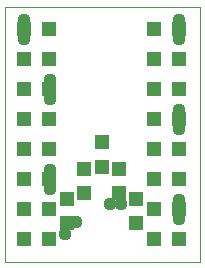
<source format=gts>
G75*
%MOIN*%
%OFA0B0*%
%FSLAX24Y24*%
%IPPOS*%
%LPD*%
%AMOC8*
5,1,8,0,0,1.08239X$1,22.5*
%
%ADD10C,0.0000*%
%ADD11R,0.0512X0.0512*%
%ADD12C,0.0437*%
D10*
X002517Y002517D02*
X002517Y011017D01*
X009017Y011017D01*
X009017Y002517D01*
X002517Y002517D01*
D11*
X003166Y003267D03*
X003993Y003267D03*
X004579Y003791D03*
X003993Y004267D03*
X004579Y004618D03*
X005142Y004791D03*
X005142Y005618D03*
X005767Y005666D03*
X006329Y005618D03*
X006329Y004791D03*
X006892Y004618D03*
X007478Y004267D03*
X006892Y003791D03*
X007478Y003267D03*
X008305Y003267D03*
X008305Y004267D03*
X008305Y005267D03*
X007478Y005267D03*
X007478Y006267D03*
X008305Y006267D03*
X008305Y007267D03*
X007478Y007267D03*
X007478Y008267D03*
X008305Y008267D03*
X008305Y009267D03*
X007478Y009267D03*
X007478Y010267D03*
X008305Y010267D03*
X005767Y006493D03*
X003993Y006267D03*
X003166Y006267D03*
X003166Y007267D03*
X003993Y007267D03*
X003993Y008267D03*
X003166Y008267D03*
X003166Y009267D03*
X003993Y009267D03*
X003993Y010267D03*
X003166Y010267D03*
X003166Y005267D03*
X003993Y005267D03*
X003166Y004267D03*
D12*
X004017Y004954D03*
X004017Y005579D03*
X004892Y003829D03*
X004517Y003454D03*
X006017Y004454D03*
X006392Y004454D03*
X008329Y004579D03*
X008329Y003954D03*
X008329Y006954D03*
X008329Y007579D03*
X008329Y009954D03*
X008329Y010579D03*
X004017Y008579D03*
X004017Y007954D03*
X003142Y009954D03*
X003142Y010579D03*
M02*

</source>
